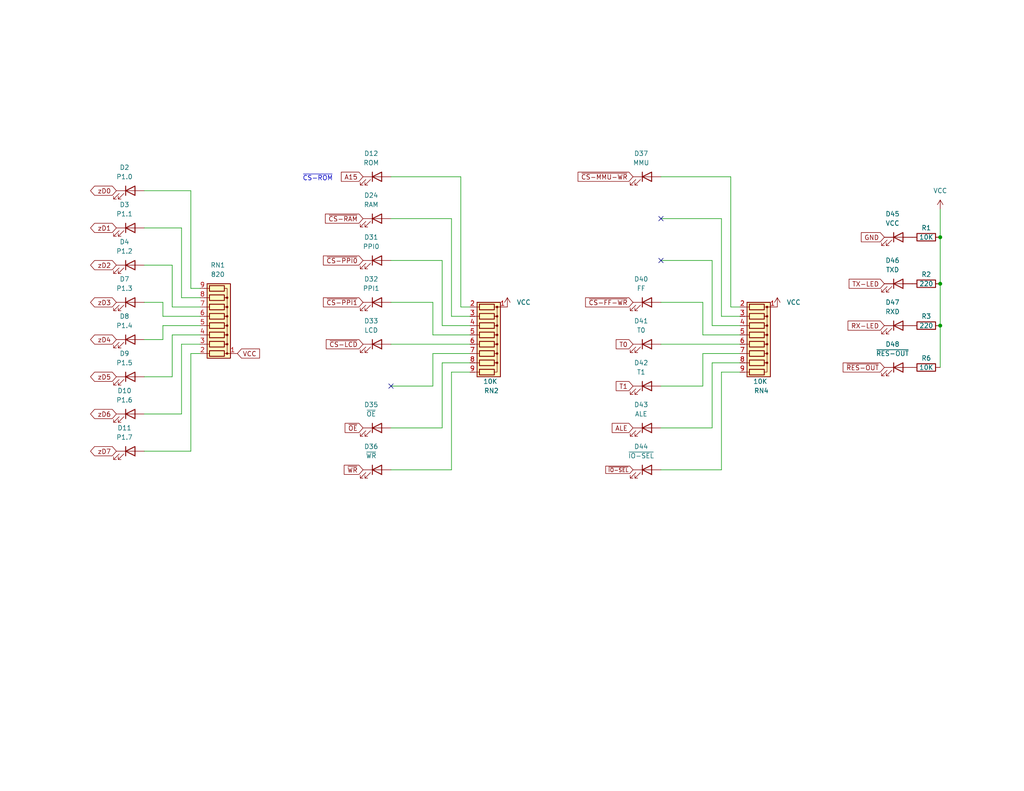
<source format=kicad_sch>
(kicad_sch (version 20211123) (generator eeschema)
  (paper "A")
  (lib_symbols
    (symbol "Device:LED" (pin_numbers hide) (pin_names (offset 1.016) hide)
      (property "Reference" "D" (at 0 2.54 0))
      (property "Value" "LED" (at 0 -2.54 0))
      (symbol "LED_0_1"
        (polyline (pts (xy -1.27 -1.27) (xy -1.27 1.27)) (stroke (width 0.254)))
        (polyline (pts (xy -1.27 0) (xy 1.27 0)))
        (polyline (pts (xy 1.27 -1.27) (xy 1.27 1.27) (xy -1.27 0) (xy 1.27 -1.27)) (stroke (width 0.254)))
        (polyline (pts (xy -3.048 -0.762) (xy -4.572 -2.286) (xy -3.81 -2.286) (xy -4.572 -2.286) (xy -4.572 -1.524)))
        (polyline (pts (xy -1.778 -0.762) (xy -3.302 -2.286) (xy -2.54 -2.286) (xy -3.302 -2.286) (xy -3.302 -1.524)))
      )
      (symbol "LED_1_1"
        (pin passive line (at -3.81 0 0) (length 2.54) (name "K") (number "1"))
        (pin passive line (at 3.81 0 180) (length 2.54) (name "A") (number "2"))
      )
    )
    (symbol "Device:R" (pin_numbers hide) (pin_names (offset 0))
      (property "Reference" "R" (at 2.032 0 90))
      (property "Value" "R" (at 0 0 90))
      (symbol "R_0_1"
        (rectangle (start -1.016 -2.54) (end 1.016 2.54) (stroke (width 0.254)))
      )
      (symbol "R_1_1"
        (pin passive line (at 0 3.81 270) (length 1.27) (name "~") (number "1"))
        (pin passive line (at 0 -3.81 90) (length 1.27) (name "~") (number "2"))
      )
    )
    (symbol "Device:R_Network08" (pin_names (offset 0) hide)
      (property "Reference" "RN" (at -12.7 0 90))
      (property "Value" "R_Network08" (at 10.16 0 90))
      (symbol "R_Network08_0_1"
        (rectangle (start -11.43 -3.175) (end 8.89 3.175) (stroke (width 0.254)) (fill (type background)))
        (rectangle (start -10.922 1.524) (end -9.398 -2.54) (stroke (width 0.254)))
        (circle (center -10.16 2.286) (radius 0.254) (fill (type outline)))
        (rectangle (start -8.382 1.524) (end -6.858 -2.54) (stroke (width 0.254)))
        (circle (center -7.62 2.286) (radius 0.254) (fill (type outline)))
        (rectangle (start -5.842 1.524) (end -4.318 -2.54) (stroke (width 0.254)))
        (circle (center -5.08 2.286) (radius 0.254) (fill (type outline)))
        (rectangle (start -3.302 1.524) (end -1.778 -2.54) (stroke (width 0.254)))
        (circle (center -2.54 2.286) (radius 0.254) (fill (type outline)))
        (rectangle (start -0.762 1.524) (end 0.762 -2.54) (stroke (width 0.254)))
        (polyline (pts (xy -10.16 -2.54) (xy -10.16 -3.81)))
        (polyline (pts (xy -7.62 -2.54) (xy -7.62 -3.81)))
        (polyline (pts (xy -5.08 -2.54) (xy -5.08 -3.81)))
        (polyline (pts (xy -2.54 -2.54) (xy -2.54 -3.81)))
        (polyline (pts (xy 0 -2.54) (xy 0 -3.81)))
        (polyline (pts (xy 2.54 -2.54) (xy 2.54 -3.81)))
        (polyline (pts (xy 5.08 -2.54) (xy 5.08 -3.81)))
        (polyline (pts (xy 7.62 -2.54) (xy 7.62 -3.81)))
        (polyline (pts (xy -10.16 1.524) (xy -10.16 2.286) (xy -7.62 2.286) (xy -7.62 1.524)))
        (polyline (pts (xy -7.62 1.524) (xy -7.62 2.286) (xy -5.08 2.286) (xy -5.08 1.524)))
        (polyline (pts (xy -5.08 1.524) (xy -5.08 2.286) (xy -2.54 2.286) (xy -2.54 1.524)))
        (polyline (pts (xy -2.54 1.524) (xy -2.54 2.286) (xy 0 2.286) (xy 0 1.524)))
        (polyline (pts (xy 0 1.524) (xy 0 2.286) (xy 2.54 2.286) (xy 2.54 1.524)))
        (polyline (pts (xy 2.54 1.524) (xy 2.54 2.286) (xy 5.08 2.286) (xy 5.08 1.524)))
        (polyline (pts (xy 5.08 1.524) (xy 5.08 2.286) (xy 7.62 2.286) (xy 7.62 1.524)))
        (circle (center 0 2.286) (radius 0.254) (fill (type outline)))
        (rectangle (start 1.778 1.524) (end 3.302 -2.54) (stroke (width 0.254)))
        (circle (center 2.54 2.286) (radius 0.254) (fill (type outline)))
        (rectangle (start 4.318 1.524) (end 5.842 -2.54) (stroke (width 0.254)))
        (circle (center 5.08 2.286) (radius 0.254) (fill (type outline)))
        (rectangle (start 6.858 1.524) (end 8.382 -2.54) (stroke (width 0.254)))
      )
      (symbol "R_Network08_1_1"
        (pin passive line (at -10.16 5.08 270) (length 2.54) (name "common") (number "1"))
        (pin passive line (at -10.16 -5.08 90) (length 1.27) (name "R1") (number "2"))
        (pin passive line (at -7.62 -5.08 90) (length 1.27) (name "R2") (number "3"))
        (pin passive line (at -5.08 -5.08 90) (length 1.27) (name "R3") (number "4"))
        (pin passive line (at -2.54 -5.08 90) (length 1.27) (name "R4") (number "5"))
        (pin passive line (at 0 -5.08 90) (length 1.27) (name "R5") (number "6"))
        (pin passive line (at 2.54 -5.08 90) (length 1.27) (name "R6") (number "7"))
        (pin passive line (at 5.08 -5.08 90) (length 1.27) (name "R7") (number "8"))
        (pin passive line (at 7.62 -5.08 90) (length 1.27) (name "R8") (number "9"))
      )
    )
    (symbol "power:VCC" (power) (pin_names (offset 0))
      (property "Value" "VCC" (at 0 3.81 0))
      (symbol "VCC_0_1"
        (polyline (pts (xy -0.762 1.27) (xy 0 2.54)))
        (polyline (pts (xy 0 0) (xy 0 2.54)))
        (polyline (pts (xy 0 2.54) (xy 0.762 1.27)))
      )
      (symbol "VCC_1_1"
        (pin power_in line (at 0 0 90) (length 0) hide (name "VCC") (number "1"))
      )
    )
  )
  (junction (at 256.54 77.47))
  (junction (at 256.54 64.77))
  (junction (at 256.54 88.9))
  (no_connect (at 180.34 59.69))
  (no_connect (at 180.34 71.12))
  (no_connect (at 106.68 105.41))
  (wire (pts (xy 120.65 99.06) (xy 128.27 99.06)))
  (wire (pts (xy 52.07 52.07) (xy 52.07 78.74)))
  (wire (pts (xy 49.53 113.03) (xy 49.53 93.98)))
  (wire (pts (xy 194.31 71.12) (xy 194.31 88.9)))
  (wire (pts (xy 44.45 88.9) (xy 54.61 88.9)))
  (wire (pts (xy 44.45 82.55) (xy 39.37 82.55)))
  (wire (pts (xy 44.45 92.71) (xy 44.45 88.9)))
  (wire (pts (xy 180.34 116.84) (xy 194.31 116.84)))
  (wire (pts (xy 194.31 99.06) (xy 201.93 99.06)))
  (wire (pts (xy 123.19 128.27) (xy 106.68 128.27)))
  (wire (pts (xy 44.45 86.36) (xy 44.45 82.55)))
  (wire (pts (xy 39.37 72.39) (xy 46.99 72.39)))
  (wire (pts (xy 49.53 62.23) (xy 39.37 62.23)))
  (wire (pts (xy 180.34 48.26) (xy 199.39 48.26)))
  (wire (pts (xy 46.99 102.87) (xy 39.37 102.87)))
  (wire (pts (xy 128.27 96.52) (xy 118.11 96.52)))
  (wire (pts (xy 49.53 93.98) (xy 54.61 93.98)))
  (wire (pts (xy 180.34 93.98) (xy 201.93 93.98)))
  (wire (pts (xy 106.68 93.98) (xy 128.27 93.98)))
  (wire (pts (xy 256.54 77.47) (xy 256.54 88.9)))
  (wire (pts (xy 128.27 101.6) (xy 123.19 101.6)))
  (wire (pts (xy 201.93 83.82) (xy 199.39 83.82)))
  (wire (pts (xy 196.85 101.6) (xy 196.85 128.27)))
  (wire (pts (xy 106.68 59.69) (xy 123.19 59.69)))
  (wire (pts (xy 191.77 82.55) (xy 191.77 91.44)))
  (wire (pts (xy 199.39 83.82) (xy 199.39 48.26)))
  (wire (pts (xy 52.07 123.19) (xy 39.37 123.19)))
  (wire (pts (xy 128.27 83.82) (xy 125.73 83.82)))
  (wire (pts (xy 194.31 116.84) (xy 194.31 99.06)))
  (wire (pts (xy 256.54 57.15) (xy 256.54 64.77)))
  (wire (pts (xy 191.77 91.44) (xy 201.93 91.44)))
  (wire (pts (xy 118.11 96.52) (xy 118.11 105.41)))
  (wire (pts (xy 52.07 96.52) (xy 52.07 123.19)))
  (wire (pts (xy 196.85 59.69) (xy 196.85 86.36)))
  (wire (pts (xy 191.77 96.52) (xy 191.77 105.41)))
  (wire (pts (xy 194.31 88.9) (xy 201.93 88.9)))
  (wire (pts (xy 123.19 101.6) (xy 123.19 128.27)))
  (wire (pts (xy 125.73 83.82) (xy 125.73 48.26)))
  (wire (pts (xy 120.65 88.9) (xy 128.27 88.9)))
  (wire (pts (xy 118.11 91.44) (xy 128.27 91.44)))
  (wire (pts (xy 46.99 91.44) (xy 46.99 102.87)))
  (wire (pts (xy 46.99 83.82) (xy 54.61 83.82)))
  (wire (pts (xy 196.85 86.36) (xy 201.93 86.36)))
  (wire (pts (xy 106.68 116.84) (xy 120.65 116.84)))
  (wire (pts (xy 54.61 91.44) (xy 46.99 91.44)))
  (wire (pts (xy 54.61 86.36) (xy 44.45 86.36)))
  (wire (pts (xy 46.99 72.39) (xy 46.99 83.82)))
  (wire (pts (xy 196.85 128.27) (xy 180.34 128.27)))
  (wire (pts (xy 201.93 101.6) (xy 196.85 101.6)))
  (wire (pts (xy 106.68 48.26) (xy 125.73 48.26)))
  (wire (pts (xy 118.11 105.41) (xy 106.68 105.41)))
  (wire (pts (xy 39.37 52.07) (xy 52.07 52.07)))
  (wire (pts (xy 120.65 71.12) (xy 120.65 88.9)))
  (wire (pts (xy 39.37 113.03) (xy 49.53 113.03)))
  (wire (pts (xy 256.54 88.9) (xy 256.54 100.33)))
  (wire (pts (xy 49.53 81.28) (xy 49.53 62.23)))
  (wire (pts (xy 123.19 86.36) (xy 128.27 86.36)))
  (wire (pts (xy 123.19 59.69) (xy 123.19 86.36)))
  (wire (pts (xy 180.34 82.55) (xy 191.77 82.55)))
  (wire (pts (xy 191.77 105.41) (xy 180.34 105.41)))
  (wire (pts (xy 180.34 71.12) (xy 194.31 71.12)))
  (wire (pts (xy 52.07 78.74) (xy 54.61 78.74)))
  (wire (pts (xy 106.68 71.12) (xy 120.65 71.12)))
  (wire (pts (xy 54.61 96.52) (xy 52.07 96.52)))
  (wire (pts (xy 120.65 116.84) (xy 120.65 99.06)))
  (wire (pts (xy 256.54 64.77) (xy 256.54 77.47)))
  (wire (pts (xy 201.93 96.52) (xy 191.77 96.52)))
  (wire (pts (xy 54.61 81.28) (xy 49.53 81.28)))
  (wire (pts (xy 106.68 82.55) (xy 118.11 82.55)))
  (wire (pts (xy 118.11 82.55) (xy 118.11 91.44)))
  (wire (pts (xy 39.37 92.71) (xy 44.45 92.71)))
  (wire (pts (xy 180.34 59.69) (xy 196.85 59.69)))
  (text "~{CS-ROM}" (at 82.55 49.53 0) (effects (font (size 1.27 1.27)) (justify left bottom)))
  (global_label "ALE" (shape input) (at 172.72 116.84 180) (property "Intersheet References" "${INTERSHEET_REFS}" (effects hide)))
  (global_label "~{CS-FF-WR}" (shape input) (at 172.72 82.55 180) (property "Intersheet References" "${INTERSHEET_REFS}" (effects hide)))
  (global_label "VCC" (shape input) (at 64.77 96.52 0) (property "Intersheet References" "${INTERSHEET_REFS}" (effects hide)))
  (global_label "~{CS-MMU-WR}" (shape input) (at 172.72 48.26 180) (property "Intersheet References" "${INTERSHEET_REFS}" (effects hide)))
  (global_label "zD1" (shape bidirectional) (at 31.75 62.23 180) (property "Intersheet References" "${INTERSHEET_REFS}" (effects hide)))
  (global_label "~{CS-PPI0}" (shape input) (at 99.06 71.12 180) (property "Intersheet References" "${INTERSHEET_REFS}" (effects hide)))
  (global_label "~{RES-OUT}" (shape input) (at 241.3 100.33 180) (property "Intersheet References" "${INTERSHEET_REFS}" (effects hide)))
  (global_label "T1" (shape input) (at 172.72 105.41 180) (property "Intersheet References" "${INTERSHEET_REFS}" (effects hide)))
  (global_label "RX-LED" (shape input) (at 241.3 88.9 180) (property "Intersheet References" "${INTERSHEET_REFS}" (effects hide)))
  (global_label "GND" (shape input) (at 241.3 64.77 180) (property "Intersheet References" "${INTERSHEET_REFS}" (effects hide)))
  (global_label "zD3" (shape bidirectional) (at 31.75 82.55 180) (property "Intersheet References" "${INTERSHEET_REFS}" (effects hide)))
  (global_label "zD7" (shape bidirectional) (at 31.75 123.19 180) (property "Intersheet References" "${INTERSHEET_REFS}" (effects hide)))
  (global_label "zD2" (shape bidirectional) (at 31.75 72.39 180) (property "Intersheet References" "${INTERSHEET_REFS}" (effects hide)))
  (global_label "zD4" (shape bidirectional) (at 31.75 92.71 180) (property "Intersheet References" "${INTERSHEET_REFS}" (effects hide)))
  (global_label "~{IO-SEL}" (shape input) (at 172.72 128.27 180) (effects (font (size 1.016 1.016))) (property "Intersheet References" "${INTERSHEET_REFS}" (effects hide)))
  (global_label "zD6" (shape bidirectional) (at 31.75 113.03 180) (property "Intersheet References" "${INTERSHEET_REFS}" (effects hide)))
  (global_label "~{CS-PPI1}" (shape input) (at 99.06 82.55 180) (property "Intersheet References" "${INTERSHEET_REFS}" (effects hide)))
  (global_label "TX-LED" (shape input) (at 241.3 77.47 180) (property "Intersheet References" "${INTERSHEET_REFS}" (effects hide)))
  (global_label "zD5" (shape bidirectional) (at 31.75 102.87 180) (property "Intersheet References" "${INTERSHEET_REFS}" (effects hide)))
  (global_label "T0" (shape input) (at 172.72 93.98 180) (property "Intersheet References" "${INTERSHEET_REFS}" (effects hide)))
  (global_label "~{OE}" (shape input) (at 99.06 116.84 180) (property "Intersheet References" "${INTERSHEET_REFS}" (effects hide)))
  (global_label "~{CS-RAM}" (shape input) (at 99.06 59.69 180) (property "Intersheet References" "${INTERSHEET_REFS}" (effects hide)))
  (global_label "zD0" (shape bidirectional) (at 31.75 52.07 180) (property "Intersheet References" "${INTERSHEET_REFS}" (effects hide)))
  (global_label "~{WR}" (shape input) (at 99.06 128.27 180) (property "Intersheet References" "${INTERSHEET_REFS}" (effects hide)))
  (global_label "A15" (shape input) (at 99.06 48.26 180) (property "Intersheet References" "${INTERSHEET_REFS}" (effects hide)))
  (global_label "~{CS-LCD}" (shape input) (at 99.06 93.98 180) (property "Intersheet References" "${INTERSHEET_REFS}" (effects hide)))
  (symbol (lib_id "Device:LED") (at 245.11 88.9 0) (unit 1)
    (property "Reference" "D47" (at 243.5225 82.55 0))
    (property "Value" "RXD" (at 243.5225 85.09 0))
    (property "Footprint" "LED_THT:LED_D3.0mm" (effects hide))
  )
  (symbol (lib_id "Device:LED") (at 245.11 64.77 0) (unit 1)
    (property "Reference" "D45" (at 243.5225 58.42 0))
    (property "Value" "VCC" (at 243.5225 60.96 0))
    (property "Footprint" "LED_THT:LED_D3.0mm" (effects hide))
  )
  (symbol (lib_id "Device:LED") (at 176.53 116.84 0) (unit 1)
    (property "Reference" "D43" (at 174.9425 110.49 0))
    (property "Value" "ALE" (at 174.9425 113.03 0))
    (property "Footprint" "LED_THT:LED_D3.0mm" (effects hide))
  )
  (symbol (lib_id "Device:LED") (at 176.53 105.41 0) (unit 1)
    (property "Reference" "D42" (at 174.9425 99.06 0))
    (property "Value" "T1" (at 174.9425 101.6 0))
    (property "Footprint" "LED_THT:LED_D3.0mm" (effects hide))
  )
  (symbol (lib_id "Device:LED") (at 102.87 128.27 0) (unit 1)
    (property "Reference" "D36" (at 101.2825 121.92 0))
    (property "Value" "~{WR}" (at 101.2825 124.46 0))
    (property "Footprint" "LED_THT:LED_D3.0mm" (effects hide))
  )
  (symbol (lib_id "Device:R") (at 252.73 88.9 90) (unit 1)
    (property "Reference" "R3" (at 252.73 86.36 90))
    (property "Value" "220" (at 252.73 88.9 90))
    (property "Footprint" "Resistor_THT:R_Axial_DIN0207_L6.3mm_D2.5mm_P7.62mm_Horizontal" (effects hide))
  )
  (symbol (lib_id "power:VCC") (at 138.43 83.82 0) (unit 1)
    (property "Reference" "#PWR075" (effects hide))
    (property "Value" "VCC" (at 140.97 82.5499 0) (effects (justify left)))
  )
  (symbol (lib_id "power:VCC") (at 256.54 57.15 0) (unit 1)
    (property "Reference" "#PWR077" (effects hide))
    (property "Value" "VCC" (at 256.54 52.07 0))
  )
  (symbol (lib_id "Device:LED") (at 35.56 72.39 0) (unit 1)
    (property "Reference" "D4" (at 33.9725 66.04 0))
    (property "Value" "P1.2" (at 33.9725 68.58 0))
    (property "Footprint" "LED_THT:LED_D3.0mm" (effects hide))
  )
  (symbol (lib_id "Device:LED") (at 102.87 59.69 0) (unit 1)
    (property "Reference" "D24" (at 101.2825 53.34 0))
    (property "Value" "RAM" (at 101.2825 55.88 0))
    (property "Footprint" "LED_THT:LED_D3.0mm" (effects hide))
  )
  (symbol (lib_id "Device:R_Network08") (at 59.69 86.36 270) (mirror x) (unit 1)
    (property "Reference" "RN1" (at 59.436 72.39 90))
    (property "Value" "820" (at 59.436 74.93 90))
    (property "Footprint" "Resistor_THT:R_Array_SIP9" (effects hide))
    (property "Datasheet" "http://www.vishay.com/docs/31509/csc.pdf" (effects hide))
  )
  (symbol (lib_id "Device:LED") (at 245.11 100.33 0) (unit 1)
    (property "Reference" "D48" (at 243.5225 93.98 0))
    (property "Value" "~{RES-OUT}" (at 243.5225 96.52 0))
    (property "Footprint" "LED_THT:LED_D3.0mm" (effects hide))
  )
  (symbol (lib_id "Device:LED") (at 102.87 82.55 0) (unit 1)
    (property "Reference" "D32" (at 101.2825 76.2 0))
    (property "Value" "PPI1" (at 101.2825 78.74 0))
    (property "Footprint" "LED_THT:LED_D3.0mm" (effects hide))
  )
  (symbol (lib_id "Device:LED") (at 176.53 48.26 0) (unit 1)
    (property "Reference" "D37" (at 174.9425 41.91 0))
    (property "Value" "MMU" (at 174.9425 44.45 0))
    (property "Footprint" "LED_THT:LED_D3.0mm" (effects hide))
  )
  (symbol (lib_id "power:VCC") (at 212.09 83.82 0) (unit 1)
    (property "Reference" "#PWR076" (effects hide))
    (property "Value" "VCC" (at 214.63 82.5499 0) (effects (justify left)))
  )
  (symbol (lib_id "Device:LED") (at 35.56 52.07 0) (unit 1)
    (property "Reference" "D2" (at 33.9725 45.72 0))
    (property "Value" "P1.0" (at 33.9725 48.26 0))
    (property "Footprint" "LED_THT:LED_D3.0mm" (effects hide))
  )
  (symbol (lib_id "Device:R_Network08") (at 133.35 93.98 270) (unit 1)
    (property "Reference" "RN2" (at 132.08 106.68 90) (effects (justify left)))
    (property "Value" "10K" (at 131.8261 104.14 90) (effects (justify left)))
    (property "Footprint" "Resistor_THT:R_Array_SIP9" (effects hide))
    (property "Datasheet" "http://www.vishay.com/docs/31509/csc.pdf" (effects hide))
  )
  (symbol (lib_id "Device:LED") (at 102.87 93.98 0) (unit 1)
    (property "Reference" "D33" (at 101.2825 87.63 0))
    (property "Value" "LCD" (at 101.2825 90.17 0))
    (property "Footprint" "LED_THT:LED_D3.0mm" (effects hide))
  )
  (symbol (lib_id "Device:R") (at 252.73 100.33 90) (unit 1)
    (property "Reference" "R6" (at 252.73 97.79 90))
    (property "Value" "10K" (at 252.73 100.33 90))
    (property "Footprint" "Resistor_THT:R_Axial_DIN0207_L6.3mm_D2.5mm_P7.62mm_Horizontal" (effects hide))
  )
  (symbol (lib_id "Device:LED") (at 176.53 93.98 0) (unit 1)
    (property "Reference" "D41" (at 174.9425 87.63 0))
    (property "Value" "T0" (at 174.9425 90.17 0))
    (property "Footprint" "LED_THT:LED_D3.0mm" (effects hide))
  )
  (symbol (lib_id "Device:R_Network08") (at 207.01 93.98 270) (unit 1)
    (property "Reference" "RN4" (at 205.74 106.68 90) (effects (justify left)))
    (property "Value" "10K" (at 205.4861 104.14 90) (effects (justify left)))
    (property "Footprint" "Resistor_THT:R_Array_SIP9" (effects hide))
    (property "Datasheet" "http://www.vishay.com/docs/31509/csc.pdf" (effects hide))
  )
  (symbol (lib_id "Device:R") (at 252.73 77.47 90) (unit 1)
    (property "Reference" "R2" (at 252.73 74.93 90))
    (property "Value" "220" (at 252.73 77.47 90))
    (property "Footprint" "Resistor_THT:R_Axial_DIN0207_L6.3mm_D2.5mm_P7.62mm_Horizontal" (effects hide))
  )
  (symbol (lib_id "Device:LED") (at 35.56 113.03 0) (unit 1)
    (property "Reference" "D10" (at 33.9725 106.68 0))
    (property "Value" "P1.6" (at 33.9725 109.22 0))
    (property "Footprint" "LED_THT:LED_D3.0mm" (effects hide))
  )
  (symbol (lib_id "Device:LED") (at 176.53 82.55 0) (unit 1)
    (property "Reference" "D40" (at 174.9425 76.2 0))
    (property "Value" "FF" (at 174.9425 78.74 0))
    (property "Footprint" "LED_THT:LED_D3.0mm" (effects hide))
  )
  (symbol (lib_id "Device:LED") (at 35.56 123.19 0) (unit 1)
    (property "Reference" "D11" (at 33.9725 116.84 0))
    (property "Value" "P1.7" (at 33.9725 119.38 0))
    (property "Footprint" "LED_THT:LED_D3.0mm" (effects hide))
  )
  (symbol (lib_id "Device:LED") (at 35.56 82.55 0) (unit 1)
    (property "Reference" "D7" (at 33.9725 76.2 0))
    (property "Value" "P1.3" (at 33.9725 78.74 0))
    (property "Footprint" "LED_THT:LED_D3.0mm" (effects hide))
  )
  (symbol (lib_id "Device:LED") (at 35.56 102.87 0) (unit 1)
    (property "Reference" "D9" (at 33.9725 96.52 0))
    (property "Value" "P1.5" (at 33.9725 99.06 0))
    (property "Footprint" "LED_THT:LED_D3.0mm" (effects hide))
  )
  (symbol (lib_id "Device:R") (at 252.73 64.77 90) (unit 1)
    (property "Reference" "R1" (at 252.73 62.23 90))
    (property "Value" "10K" (at 252.73 64.77 90))
    (property "Footprint" "Resistor_THT:R_Axial_DIN0207_L6.3mm_D2.5mm_P7.62mm_Horizontal" (effects hide))
  )
  (symbol (lib_id "Device:LED") (at 245.11 77.47 0) (unit 1)
    (property "Reference" "D46" (at 243.5225 71.12 0))
    (property "Value" "TXD" (at 243.5225 73.66 0))
    (property "Footprint" "LED_THT:LED_D3.0mm" (effects hide))
  )
  (symbol (lib_id "Device:LED") (at 102.87 116.84 0) (unit 1)
    (property "Reference" "D35" (at 101.2825 110.49 0))
    (property "Value" "~{OE}" (at 101.2825 113.03 0))
    (property "Footprint" "LED_THT:LED_D3.0mm" (effects hide))
  )
  (symbol (lib_id "Device:LED") (at 176.53 128.27 0) (unit 1)
    (property "Reference" "D44" (at 174.9425 121.92 0))
    (property "Value" "~{IO-SEL}" (at 174.9425 124.46 0))
    (property "Footprint" "LED_THT:LED_D3.0mm" (effects hide))
  )
  (symbol (lib_id "Device:LED") (at 102.87 71.12 0) (unit 1)
    (property "Reference" "D31" (at 101.2825 64.77 0))
    (property "Value" "PPI0" (at 101.2825 67.31 0))
    (property "Footprint" "LED_THT:LED_D3.0mm" (effects hide))
  )
  (symbol (lib_id "Device:LED") (at 102.87 48.26 0) (unit 1)
    (property "Reference" "D12" (at 101.2825 41.91 0))
    (property "Value" "ROM" (at 101.2825 44.45 0))
    (property "Footprint" "LED_THT:LED_D3.0mm" (effects hide))
  )
  (symbol (lib_id "Device:LED") (at 35.56 92.71 0) (unit 1)
    (property "Reference" "D8" (at 33.9725 86.36 0))
    (property "Value" "P1.4" (at 33.9725 88.9 0))
    (property "Footprint" "LED_THT:LED_D3.0mm" (effects hide))
  )
  (symbol (lib_id "Device:LED") (at 35.56 62.23 0) (unit 1)
    (property "Reference" "D3" (at 33.9725 55.88 0))
    (property "Value" "P1.1" (at 33.9725 58.42 0))
    (property "Footprint" "LED_THT:LED_D3.0mm" (effects hide))
  )
)
</source>
